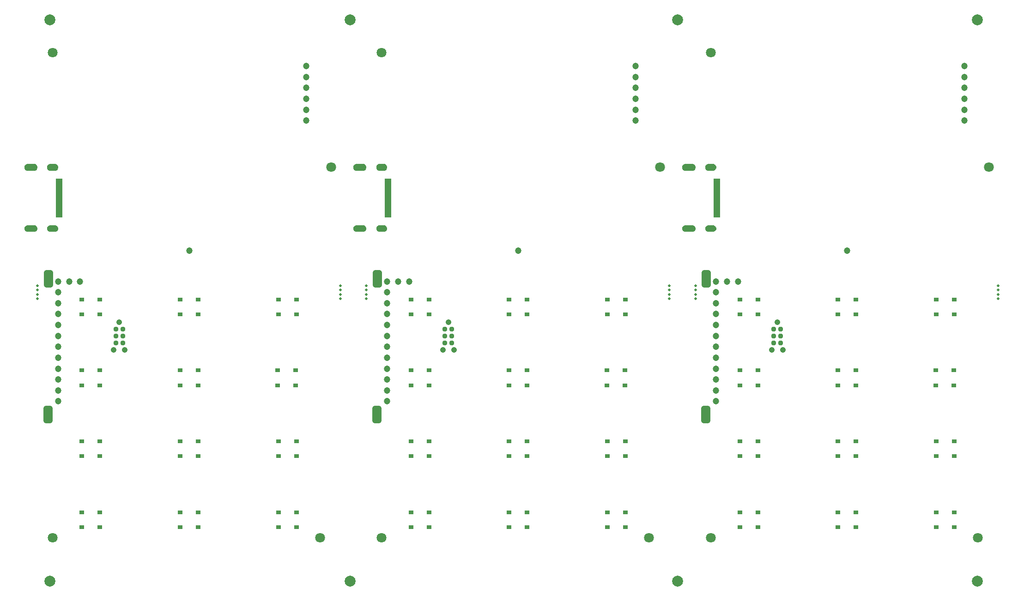
<source format=gbs>
G04 Layer_Color=16711935*
%FSLAX25Y25*%
%MOIN*%
G70*
G01*
G75*
%ADD75C,0.01969*%
%ADD142C,0.07874*%
%ADD178C,0.07087*%
%ADD179C,0.00600*%
%ADD180C,0.00591*%
%ADD181O,0.09252X0.04528*%
%ADD182O,0.07677X0.04528*%
%ADD183C,0.04134*%
%ADD184R,0.05118X0.28346*%
%ADD185R,0.04922X0.02953*%
%ADD186R,0.04922X0.01772*%
%ADD187C,0.04724*%
G04:AMPARAMS|DCode=188|XSize=126.11mil|YSize=67.06mil|CornerRadius=18.76mil|HoleSize=0mil|Usage=FLASHONLY|Rotation=270.000|XOffset=0mil|YOffset=0mil|HoleType=Round|Shape=RoundedRectangle|*
%AMROUNDEDRECTD188*
21,1,0.12611,0.02953,0,0,270.0*
21,1,0.08858,0.06706,0,0,270.0*
1,1,0.03753,-0.01476,-0.04429*
1,1,0.03753,-0.01476,0.04429*
1,1,0.03753,0.01476,0.04429*
1,1,0.03753,0.01476,-0.04429*
%
%ADD188ROUNDEDRECTD188*%
%ADD189C,0.03740*%
%ADD190R,0.03347X0.03150*%
G36*
X499381Y312728D02*
X500051Y312058D01*
X500413Y311182D01*
Y310709D01*
Y310235D01*
X500051Y309360D01*
X499381Y308690D01*
X498506Y308327D01*
X494408D01*
X493533Y308690D01*
X492863Y309360D01*
X492500Y310235D01*
Y310709D01*
Y311182D01*
X492863Y312058D01*
X493533Y312728D01*
X494408Y313090D01*
X498506D01*
X499381Y312728D01*
D02*
G37*
G36*
X484420D02*
X485090Y312058D01*
X485452Y311182D01*
Y310709D01*
Y310235D01*
X485090Y309360D01*
X484420Y308690D01*
X483545Y308327D01*
X477873D01*
X476998Y308690D01*
X476328Y309360D01*
X475965Y310235D01*
Y310709D01*
Y311182D01*
X476328Y312058D01*
X476998Y312728D01*
X477873Y313090D01*
X483545D01*
X484420Y312728D01*
D02*
G37*
G36*
X261979D02*
X262649Y312058D01*
X263012Y311182D01*
Y310709D01*
Y310235D01*
X262649Y309360D01*
X261979Y308690D01*
X261104Y308327D01*
X257007D01*
X256131Y308690D01*
X255462Y309360D01*
X255099Y310235D01*
Y310709D01*
Y311182D01*
X255462Y312058D01*
X256131Y312728D01*
X257007Y313090D01*
X261104D01*
X261979Y312728D01*
D02*
G37*
G36*
X247018D02*
X247688Y312058D01*
X248051Y311182D01*
Y310709D01*
Y310235D01*
X247688Y309360D01*
X247018Y308690D01*
X246143Y308327D01*
X240472D01*
X239596Y308690D01*
X238927Y309360D01*
X238564Y310235D01*
Y310709D01*
Y311182D01*
X238927Y312058D01*
X239596Y312728D01*
X240472Y313090D01*
X246143D01*
X247018Y312728D01*
D02*
G37*
G36*
X24578D02*
X25248Y312058D01*
X25610Y311182D01*
Y310709D01*
Y310235D01*
X25248Y309360D01*
X24578Y308690D01*
X23703Y308327D01*
X19605D01*
X18730Y308690D01*
X18060Y309360D01*
X17697Y310235D01*
Y310709D01*
Y311182D01*
X18060Y312058D01*
X18730Y312728D01*
X19605Y313090D01*
X23703D01*
X24578Y312728D01*
D02*
G37*
G36*
X9617D02*
X10287Y312058D01*
X10649Y311182D01*
Y310709D01*
Y310235D01*
X10287Y309360D01*
X9617Y308690D01*
X8742Y308327D01*
X3070D01*
X2195Y308690D01*
X1525Y309360D01*
X1162Y310235D01*
Y310709D01*
Y311182D01*
X1525Y312058D01*
X2195Y312728D01*
X3070Y313090D01*
X8742D01*
X9617Y312728D01*
D02*
G37*
G36*
X499381Y268476D02*
X500051Y267806D01*
X500413Y266930D01*
Y266457D01*
Y265983D01*
X500051Y265108D01*
X499381Y264438D01*
X498506Y264075D01*
X494408D01*
X493533Y264438D01*
X492863Y265108D01*
X492500Y265983D01*
Y266457D01*
Y266930D01*
X492863Y267806D01*
X493533Y268476D01*
X494408Y268838D01*
X498506D01*
X499381Y268476D01*
D02*
G37*
G36*
X484420D02*
X485090Y267806D01*
X485452Y266930D01*
Y266457D01*
Y265983D01*
X485090Y265108D01*
X484420Y264438D01*
X483545Y264075D01*
X477873D01*
X476998Y264438D01*
X476328Y265108D01*
X475965Y265983D01*
Y266457D01*
Y266930D01*
X476328Y267806D01*
X476998Y268476D01*
X477873Y268838D01*
X483545D01*
X484420Y268476D01*
D02*
G37*
G36*
X261979D02*
X262649Y267806D01*
X263012Y266930D01*
Y266457D01*
Y265983D01*
X262649Y265108D01*
X261979Y264438D01*
X261104Y264075D01*
X257007D01*
X256131Y264438D01*
X255462Y265108D01*
X255099Y265983D01*
Y266457D01*
Y266930D01*
X255462Y267806D01*
X256131Y268476D01*
X257007Y268838D01*
X261104D01*
X261979Y268476D01*
D02*
G37*
G36*
X247018D02*
X247688Y267806D01*
X248051Y266930D01*
Y266457D01*
Y265983D01*
X247688Y265108D01*
X247018Y264438D01*
X246143Y264075D01*
X240472D01*
X239596Y264438D01*
X238927Y265108D01*
X238564Y265983D01*
Y266457D01*
Y266930D01*
X238927Y267806D01*
X239596Y268476D01*
X240472Y268838D01*
X246143D01*
X247018Y268476D01*
D02*
G37*
G36*
X24578D02*
X25248Y267806D01*
X25610Y266930D01*
Y266457D01*
Y265983D01*
X25248Y265108D01*
X24578Y264438D01*
X23703Y264075D01*
X19605D01*
X18730Y264438D01*
X18060Y265108D01*
X17697Y265983D01*
Y266457D01*
Y266930D01*
X18060Y267806D01*
X18730Y268476D01*
X19605Y268838D01*
X23703D01*
X24578Y268476D01*
D02*
G37*
G36*
X9617D02*
X10287Y267806D01*
X10649Y266930D01*
Y266457D01*
Y265983D01*
X10287Y265108D01*
X9617Y264438D01*
X8742Y264075D01*
X3070D01*
X2195Y264438D01*
X1525Y265108D01*
X1162Y265983D01*
Y266457D01*
Y266930D01*
X1525Y267806D01*
X2195Y268476D01*
X3070Y268838D01*
X8742D01*
X9617Y268476D01*
D02*
G37*
D75*
X10630Y225197D02*
D03*
Y222047D02*
D03*
Y218898D02*
D03*
Y215748D02*
D03*
X229134D02*
D03*
Y218898D02*
D03*
Y222047D02*
D03*
Y225197D02*
D03*
X248032D02*
D03*
Y222047D02*
D03*
Y218898D02*
D03*
Y215748D02*
D03*
X466536D02*
D03*
Y218898D02*
D03*
Y222047D02*
D03*
Y225197D02*
D03*
X485433D02*
D03*
Y222047D02*
D03*
Y218898D02*
D03*
Y215748D02*
D03*
X703937D02*
D03*
Y218898D02*
D03*
Y222047D02*
D03*
Y225197D02*
D03*
D142*
X472441Y11811D02*
D03*
X236221D02*
D03*
Y417323D02*
D03*
X472441D02*
D03*
X688976D02*
D03*
X19685D02*
D03*
Y11811D02*
D03*
X688976D02*
D03*
D178*
X222441Y311024D02*
D03*
X21653Y43307D02*
D03*
Y393701D02*
D03*
X214567Y43307D02*
D03*
X459843Y311024D02*
D03*
X259055Y43307D02*
D03*
Y393701D02*
D03*
X451969Y43307D02*
D03*
X697244Y311024D02*
D03*
X496456Y43307D02*
D03*
Y393701D02*
D03*
X689370Y43307D02*
D03*
D179*
X59055Y11811D02*
D03*
X649606Y417323D02*
D03*
X59055D02*
D03*
X649606Y11811D02*
D03*
D180*
X184646Y264961D02*
D03*
X47245Y360709D02*
D03*
X210618Y75276D02*
D03*
X422048Y264961D02*
D03*
X284646Y360709D02*
D03*
X448020Y75276D02*
D03*
X659449Y264961D02*
D03*
X522048Y360709D02*
D03*
X685422Y75276D02*
D03*
D181*
X5906Y310709D02*
D03*
Y266457D02*
D03*
X243307Y310709D02*
D03*
Y266457D02*
D03*
X480709Y310709D02*
D03*
Y266457D02*
D03*
D182*
X21654D02*
D03*
Y310709D02*
D03*
X259055Y266457D02*
D03*
Y310709D02*
D03*
X496457Y266457D02*
D03*
Y310709D02*
D03*
D183*
X73685Y178819D02*
D03*
X65685D02*
D03*
X69685Y198819D02*
D03*
X311087Y178819D02*
D03*
X303087D02*
D03*
X307087Y198819D02*
D03*
X548489Y178819D02*
D03*
X540488D02*
D03*
X544488Y198819D02*
D03*
D184*
X26181Y288583D02*
D03*
X263583D02*
D03*
X500984D02*
D03*
D185*
X26182Y301181D02*
D03*
Y298032D02*
D03*
Y279134D02*
D03*
Y275985D02*
D03*
X263583Y301181D02*
D03*
Y298032D02*
D03*
Y279134D02*
D03*
Y275985D02*
D03*
X500985Y301181D02*
D03*
Y298032D02*
D03*
Y279134D02*
D03*
Y275985D02*
D03*
D186*
X26182Y295473D02*
D03*
Y293504D02*
D03*
Y291536D02*
D03*
Y289567D02*
D03*
Y287599D02*
D03*
Y285630D02*
D03*
Y283662D02*
D03*
Y281693D02*
D03*
X263583Y295473D02*
D03*
Y293504D02*
D03*
Y291536D02*
D03*
Y289567D02*
D03*
Y287599D02*
D03*
Y285630D02*
D03*
Y283662D02*
D03*
Y281693D02*
D03*
X500985Y295473D02*
D03*
Y293504D02*
D03*
Y291536D02*
D03*
Y289567D02*
D03*
Y287599D02*
D03*
Y285630D02*
D03*
Y283662D02*
D03*
Y281693D02*
D03*
D187*
X33465Y228346D02*
D03*
X41339D02*
D03*
X25591Y220472D02*
D03*
Y228346D02*
D03*
X204725Y352362D02*
D03*
X25591Y157480D02*
D03*
X204725Y344488D02*
D03*
X25591Y149606D02*
D03*
Y188976D02*
D03*
Y181102D02*
D03*
Y204724D02*
D03*
Y196850D02*
D03*
Y173228D02*
D03*
Y165354D02*
D03*
Y212598D02*
D03*
X204725Y360236D02*
D03*
X25591Y141732D02*
D03*
X204725Y383858D02*
D03*
Y368110D02*
D03*
Y375984D02*
D03*
X120079Y250394D02*
D03*
X270866Y228346D02*
D03*
X278741D02*
D03*
X262993Y220472D02*
D03*
Y228346D02*
D03*
X442126Y352362D02*
D03*
X262993Y157480D02*
D03*
X442126Y344488D02*
D03*
X262993Y149606D02*
D03*
Y188976D02*
D03*
Y181102D02*
D03*
Y204724D02*
D03*
Y196850D02*
D03*
Y173228D02*
D03*
Y165354D02*
D03*
Y212598D02*
D03*
X442126Y360236D02*
D03*
X262993Y141732D02*
D03*
X442126Y383858D02*
D03*
Y368110D02*
D03*
Y375984D02*
D03*
X357481Y250394D02*
D03*
X508268Y228346D02*
D03*
X516142D02*
D03*
X500394Y220472D02*
D03*
Y228346D02*
D03*
X679528Y352362D02*
D03*
X500394Y157480D02*
D03*
X679528Y344488D02*
D03*
X500394Y149606D02*
D03*
Y188976D02*
D03*
Y181102D02*
D03*
Y204724D02*
D03*
Y196850D02*
D03*
Y173228D02*
D03*
Y165354D02*
D03*
Y212598D02*
D03*
X679528Y360236D02*
D03*
X500394Y141732D02*
D03*
X679528Y383858D02*
D03*
Y368110D02*
D03*
Y375984D02*
D03*
X594882Y250394D02*
D03*
D188*
X18504Y230315D02*
D03*
X18111Y132283D02*
D03*
X255906Y230315D02*
D03*
X255512Y132283D02*
D03*
X493307Y230315D02*
D03*
X492914Y132283D02*
D03*
D189*
X67185Y183819D02*
D03*
X72185Y193819D02*
D03*
X67185D02*
D03*
X72185Y188819D02*
D03*
X72185Y183819D02*
D03*
X67185Y188819D02*
D03*
X304587Y183819D02*
D03*
X309587Y193819D02*
D03*
X304587D02*
D03*
X309587Y188819D02*
D03*
X309587Y183819D02*
D03*
X304587Y188819D02*
D03*
X541989Y183819D02*
D03*
X546988Y193819D02*
D03*
X541989D02*
D03*
X546988Y188819D02*
D03*
X546988Y183819D02*
D03*
X541989Y188819D02*
D03*
D190*
X55709Y215232D02*
D03*
X42717D02*
D03*
Y204405D02*
D03*
X55709D02*
D03*
X113583Y204405D02*
D03*
X126575D02*
D03*
Y215232D02*
D03*
X113583D02*
D03*
X184449Y204405D02*
D03*
X197441D02*
D03*
Y215232D02*
D03*
X184449D02*
D03*
X55709Y164051D02*
D03*
X42717D02*
D03*
Y153224D02*
D03*
X55709D02*
D03*
X126575Y164051D02*
D03*
X113583D02*
D03*
Y153224D02*
D03*
X126575D02*
D03*
X184055Y153224D02*
D03*
X197048D02*
D03*
Y164051D02*
D03*
X184055D02*
D03*
X197520Y112870D02*
D03*
X184528D02*
D03*
Y102043D02*
D03*
X197520D02*
D03*
X126575Y112870D02*
D03*
X113583D02*
D03*
Y102043D02*
D03*
X126575D02*
D03*
X55709Y112870D02*
D03*
X42717D02*
D03*
Y102043D02*
D03*
X55709D02*
D03*
X55709Y61689D02*
D03*
X42717D02*
D03*
Y50863D02*
D03*
X55709D02*
D03*
X126575Y61689D02*
D03*
X113583D02*
D03*
Y50863D02*
D03*
X126575D02*
D03*
X184449Y50863D02*
D03*
X197441D02*
D03*
Y61689D02*
D03*
X184449D02*
D03*
X293111Y215232D02*
D03*
X280118D02*
D03*
Y204405D02*
D03*
X293111D02*
D03*
X350985Y204405D02*
D03*
X363977D02*
D03*
Y215232D02*
D03*
X350985D02*
D03*
X421851Y204405D02*
D03*
X434843D02*
D03*
Y215232D02*
D03*
X421851D02*
D03*
X293111Y164051D02*
D03*
X280118D02*
D03*
Y153224D02*
D03*
X293111D02*
D03*
X363977Y164051D02*
D03*
X350985D02*
D03*
Y153224D02*
D03*
X363977D02*
D03*
X421457Y153224D02*
D03*
X434449D02*
D03*
Y164051D02*
D03*
X421457D02*
D03*
X434922Y112870D02*
D03*
X421930D02*
D03*
Y102043D02*
D03*
X434922D02*
D03*
X363977Y112870D02*
D03*
X350985D02*
D03*
Y102043D02*
D03*
X363977D02*
D03*
X293111Y112870D02*
D03*
X280118D02*
D03*
Y102043D02*
D03*
X293111D02*
D03*
X293110Y61689D02*
D03*
X280118D02*
D03*
Y50863D02*
D03*
X293110D02*
D03*
X363977Y61689D02*
D03*
X350984D02*
D03*
Y50863D02*
D03*
X363977D02*
D03*
X421850Y50863D02*
D03*
X434842D02*
D03*
Y61689D02*
D03*
X421850D02*
D03*
X530512Y215232D02*
D03*
X517520D02*
D03*
Y204405D02*
D03*
X530512D02*
D03*
X588386Y204405D02*
D03*
X601378D02*
D03*
Y215232D02*
D03*
X588386D02*
D03*
X659252Y204405D02*
D03*
X672244D02*
D03*
Y215232D02*
D03*
X659252D02*
D03*
X530512Y164051D02*
D03*
X517520D02*
D03*
Y153224D02*
D03*
X530512D02*
D03*
X601378Y164051D02*
D03*
X588386D02*
D03*
Y153224D02*
D03*
X601378D02*
D03*
X658858Y153224D02*
D03*
X671851D02*
D03*
Y164051D02*
D03*
X658858D02*
D03*
X672324Y112870D02*
D03*
X659331D02*
D03*
Y102043D02*
D03*
X672324D02*
D03*
X601378Y112870D02*
D03*
X588386D02*
D03*
Y102043D02*
D03*
X601378D02*
D03*
X530512Y112870D02*
D03*
X517520D02*
D03*
Y102043D02*
D03*
X530512D02*
D03*
X530512Y61689D02*
D03*
X517520D02*
D03*
Y50863D02*
D03*
X530512D02*
D03*
X601378Y61689D02*
D03*
X588386D02*
D03*
Y50863D02*
D03*
X601378D02*
D03*
X659252Y50863D02*
D03*
X672244D02*
D03*
Y61689D02*
D03*
X659252D02*
D03*
M02*

</source>
